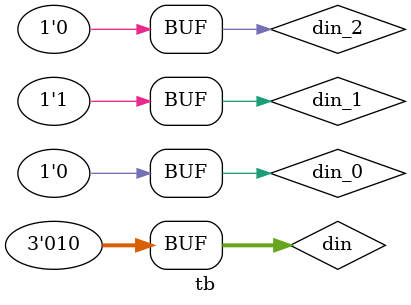
<source format=v>
`timescale 1ps/1ps

module sub01(
 input  [2:0] din,
 output [2:0] dout);

assign dout = ~din;

endmodule


module tb;

reg  [2:0] din;
//wire [2:0] dout;
wire       din_0, din_1, din_2;
wire       dout_0, dout_1, dout_2;
assign din_0 = din[0];
assign din_1 = din[1];
assign din_2 = din[2];

sub01 sub01_i(
 .din  (din),
 //.dout (dout) );
 .dout ({dout_0, dout_1, dout_2}) );

initial begin
  $dumpfile("ex01.vcd");
  //$dumpvars(1, din, dout);
  $dumpvars(1, din_0, din_1, din_2, dout_0, dout_1, dout_2);
  #1000 din = 3'b0;
  repeat (10) begin
    #1000 din = din + 3'd1;
  end
end

endmodule

</source>
